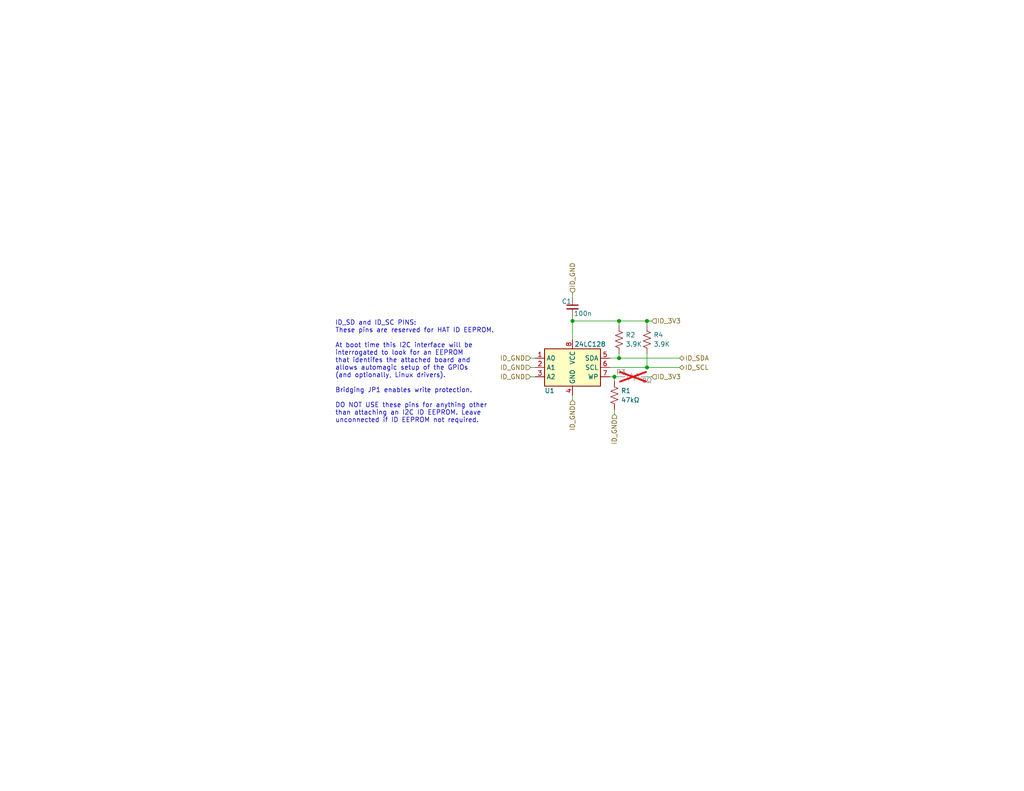
<source format=kicad_sch>
(kicad_sch (version 20250114) (generator "eeschema") (generator_version "9.0")
  (paper "A")
  (title_block (title "Raspberry Pi HAT+ EEPROM") (date "2026-02-09") (rev "0"))
  (lib_symbols
    (symbol "Device:C_Small" (pin_numbers (hide yes)) (pin_names (offset 0.254) (hide yes))
      (property "Reference" "C" (at 0.254 1.778 0))
      (property "Value" "C_Small" (at 0.254 -2.032 0))
      (symbol "C_Small_0_1"
        (polyline (pts (xy -1.524 0.508) (xy 1.524 0.508)) (stroke (width 0.3048)))
        (polyline (pts (xy -1.524 -0.508) (xy 1.524 -0.508)) (stroke (width 0.3302)))
      )
      (symbol "C_Small_1_1"
        (pin passive line (at 0 2.54 270) (length 2.032) (name "~") (number "1"))
        (pin passive line (at 0 -2.54 90) (length 2.032) (name "~") (number "2"))
      )
    )
    (symbol "Device:R_US" (pin_numbers (hide yes)) (pin_names (offset 0))
      (property "Reference" "R" (at 2.54 0 90))
      (property "Value" "R_US" (at -2.54 0 90))
      (symbol "R_US_0_1"
        (polyline (pts (xy 0 2.286) (xy 0 2.54)))
        (polyline (pts (xy 0 2.286) (xy 1.016 1.905) (xy 0 1.524) (xy -1.016 1.143) (xy 0 0.762)))
        (polyline (pts (xy 0 0.762) (xy 1.016 0.381) (xy 0 0) (xy -1.016 -0.381) (xy 0 -0.762)))
        (polyline (pts (xy 0 -0.762) (xy 1.016 -1.143) (xy 0 -1.524) (xy -1.016 -1.905) (xy 0 -2.286)))
        (polyline (pts (xy 0 -2.286) (xy 0 -2.54)))
      )
      (symbol "R_US_1_1"
        (pin passive line (at 0 3.81 270) (length 1.27) (name "~") (number "1"))
        (pin passive line (at 0 -3.81 90) (length 1.27) (name "~") (number "2"))
      )
    )
    (symbol "Memory_EEPROM:24LC128"
      (property "Reference" "U" (at -6.35 6.35 0))
      (property "Value" "24LC128" (at 1.27 6.35 0))
      (symbol "24LC128_1_1"
        (rectangle (start -7.62 5.08) (end 7.62 -5.08) (stroke (width 0.254)) (fill (type background)))
        (pin input line (at -10.16 2.54 0) (length 2.54) (name "A0") (number "1"))
        (pin input line (at -10.16 0 0) (length 2.54) (name "A1") (number "2"))
        (pin input line (at -10.16 -2.54 0) (length 2.54) (name "A2") (number "3"))
        (pin power_in line (at 0 7.62 270) (length 2.54) (name "VCC") (number "8"))
        (pin power_in line (at 0 -7.62 90) (length 2.54) (name "GND") (number "4"))
        (pin bidirectional line (at 10.16 2.54 180) (length 2.54) (name "SDA") (number "5"))
        (pin input line (at 10.16 0 180) (length 2.54) (name "SCL") (number "6"))
        (pin input line (at 10.16 -2.54 180) (length 2.54) (name "WP") (number "7"))
      )
    )
  )
  (text "ID_SD and ID_SC PINS:\nThese pins are reserved for HAT ID EEPROM.\n\nAt boot time this I2C interface will be\ninterrogated to look for an EEPROM\nthat identifes the attached board and\nallows automagic setup of the GPIOs\n(and optionally, Linux drivers).\n\nBridging JP1 enables write protection.\n\nDO NOT USE these pins for anything other\nthan attaching an I2C ID EEPROM. Leave\nunconnected if ID EEPROM not required." (at 91.44 115.57 0) (effects (font (size 1.27 1.27)) (justify left bottom)))
  (junction (at 156.21 87.63))
  (junction (at 167.64 102.87))
  (junction (at 168.91 87.63))
  (junction (at 176.53 87.63))
  (junction (at 168.91 97.79))
  (junction (at 176.53 100.33))
  (wire (pts (xy 156.21 107.95) (xy 156.21 109.22)))
  (wire (pts (xy 156.21 87.63) (xy 168.91 87.63)))
  (wire (pts (xy 176.53 88.9) (xy 176.53 87.63)))
  (wire (pts (xy 176.53 100.33) (xy 185.42 100.33)))
  (wire (pts (xy 185.42 97.79) (xy 168.91 97.79)))
  (wire (pts (xy 176.53 96.52) (xy 176.53 100.33)))
  (wire (pts (xy 156.21 86.36) (xy 156.21 87.63)))
  (wire (pts (xy 144.78 100.33) (xy 146.05 100.33)))
  (wire (pts (xy 168.91 87.63) (xy 176.53 87.63)))
  (wire (pts (xy 156.21 81.28) (xy 156.21 80.01)))
  (wire (pts (xy 144.78 102.87) (xy 146.05 102.87)))
  (wire (pts (xy 166.37 102.87) (xy 167.64 102.87)))
  (wire (pts (xy 176.53 102.87) (xy 177.8 102.87)))
  (wire (pts (xy 168.91 87.63) (xy 168.91 88.9)))
  (wire (pts (xy 156.21 87.63) (xy 156.21 92.71)))
  (wire (pts (xy 166.37 100.33) (xy 176.53 100.33)))
  (wire (pts (xy 177.8 87.63) (xy 176.53 87.63)))
  (wire (pts (xy 168.91 96.52) (xy 168.91 97.79)))
  (wire (pts (xy 166.37 97.79) (xy 168.91 97.79)))
  (wire (pts (xy 167.64 111.76) (xy 167.64 113.03)))
  (wire (pts (xy 167.64 104.14) (xy 167.64 102.87)))
  (wire (pts (xy 144.78 97.79) (xy 146.05 97.79)))
  (wire (pts (xy 167.64 102.87) (xy 168.91 102.87)))
  (hierarchical_label "ID_3V3" (shape input) (at 177.8 102.87 0))
  (hierarchical_label "ID_GND" (shape input) (at 156.21 80.01 90))
  (hierarchical_label "ID_GND" (shape input) (at 144.78 102.87 180))
  (hierarchical_label "ID_GND" (shape input) (at 167.64 113.03 270))
  (hierarchical_label "ID_SDA" (shape bidirectional) (at 185.42 97.79 0))
  (hierarchical_label "ID_GND" (shape input) (at 156.21 109.22 270))
  (hierarchical_label "ID_SCL" (shape bidirectional) (at 185.42 100.33 0))
  (hierarchical_label "ID_3V3" (shape input) (at 177.8 87.63 0))
  (hierarchical_label "ID_GND" (shape input) (at 144.78 100.33 180))
  (hierarchical_label "ID_GND" (shape input) (at 144.78 97.79 180))
  (symbol (lib_id "Device:R_US") (at 168.91 92.71 0) (unit 1)
    (property "Reference" "R2" (at 170.688 91.44 0) (effects (justify left)))
    (property "Value" "3.9K" (at 170.688 93.98 0) (effects (justify left)))
    (property "Footprint" "Resistor_SMD:R_0603_1608Metric" (effects (hide yes)))
    (property "Description" "Resistor, US symbol" (effects (hide yes)))
  )
  (symbol (lib_id "Memory_EEPROM:24LC128") (at 156.21 100.33 0) (unit 1)
    (property "Reference" "U1" (at 148.59 106.68 0) (effects (justify left)))
    (property "Value" "24LC128" (at 156.718 93.98 0) (effects (justify left)))
    (property "Footprint" "Package_SO:SOIC-8_3.9x4.9mm_P1.27mm" (effects (hide yes)))
    (property "Datasheet" "http://ww1.microchip.com/downloads/en/DeviceDoc/21191s.pdf" (effects (hide yes)))
    (property "Description" "I2C Serial EEPROM, 128Kb, DIP-8/SOIC-8/TSSOP-8/DFN-8" (effects (hide yes)))
  )
  (symbol (lib_id "Device:C_Small") (at 156.21 83.82 0) (unit 1)
    (property "Reference" "C1" (at 155.956 82.296 0) (effects (justify right)))
    (property "Value" "100n" (at 161.544 85.598 0) (effects (justify right)))
    (property "Footprint" "Capacitor_SMD:C_0603_1608Metric" (effects (hide yes)))
    (property "Description" "Unpolarized capacitor, small symbol" (effects (hide yes)))
  )
  (symbol (lib_id "Device:R_US") (at 176.53 92.71 0) (unit 1)
    (property "Reference" "R4" (at 178.308 91.44 0) (effects (justify left)))
    (property "Value" "3.9K" (at 178.308 93.98 0) (effects (justify left)))
    (property "Footprint" "Resistor_SMD:R_0603_1608Metric" (effects (hide yes)))
    (property "Description" "Resistor, US symbol" (effects (hide yes)))
  )
  (symbol (lib_id "Device:R_US") (at 167.64 107.95 0) (unit 1)
    (property "Reference" "R1" (at 169.418 106.68 0) (effects (justify left)))
    (property "Value" "47kΩ" (at 169.418 109.22 0) (effects (justify left)))
    (property "Footprint" "Resistor_SMD:R_0603_1608Metric" (effects (hide yes)))
    (property "Description" "Resistor, US symbol" (effects (hide yes)))
  )
  (symbol (lib_id "Device:R_US") (at 172.72 102.87 90) (unit 1) (dnp yes)
    (property "Reference" "R3" (at 169.418 101.6 90))
    (property "Value" "0Ω" (at 176.53 103.886 90))
    (property "Footprint" "Resistor_SMD:R_0603_1608Metric" (effects (hide yes)))
    (property "Description" "Resistor, US symbol" (effects (hide yes)))
  )
)
</source>
